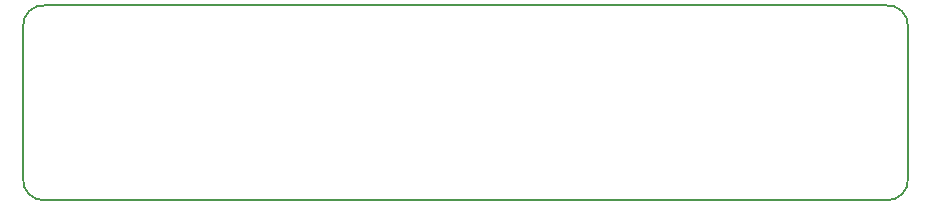
<source format=gbr>
G04 DipTrace 2.4.0.2*
%INBoardOutline.gbr*%
%MOIN*%
%ADD11C,0.0055*%
%FSLAX44Y44*%
G04*
G70*
G90*
G75*
G01*
%LNBoardOutline*%
%LPD*%
X3943Y9693D2*
D11*
Y4693D1*
G03X4693Y3943I688J-62D01*
G01*
X32693D1*
G03X33443Y4693I63J687D01*
G01*
Y9693D1*
G03X32693Y10443I-687J63D01*
G01*
X4693D1*
G03X3943Y9693I-62J-688D01*
G01*
M02*

</source>
